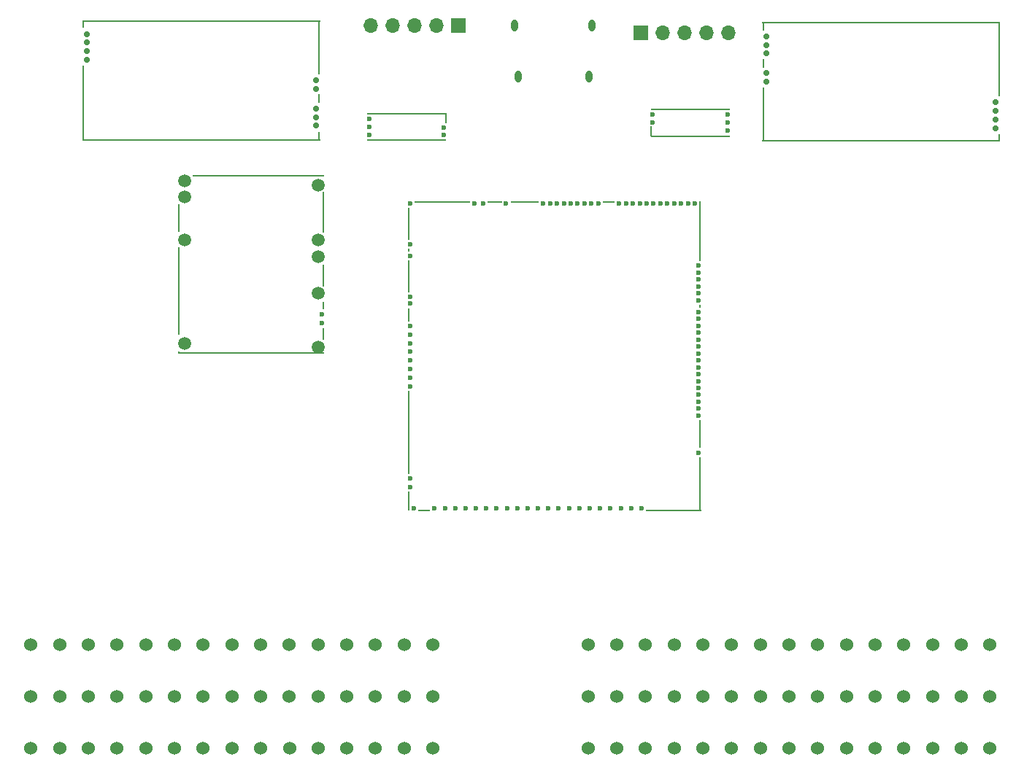
<source format=gbl>
G04 #@! TF.GenerationSoftware,KiCad,Pcbnew,7.0.10-7.0.10~ubuntu22.04.1*
G04 #@! TF.CreationDate,2024-01-27T12:39:00+00:00*
G04 #@! TF.ProjectId,lewycustom,6c657779-6375-4737-946f-6d2e6b696361,rev?*
G04 #@! TF.SameCoordinates,Original*
G04 #@! TF.FileFunction,Copper,L2,Bot*
G04 #@! TF.FilePolarity,Positive*
%FSLAX46Y46*%
G04 Gerber Fmt 4.6, Leading zero omitted, Abs format (unit mm)*
G04 Created by KiCad (PCBNEW 7.0.10-7.0.10~ubuntu22.04.1) date 2024-01-27 12:39:00*
%MOMM*%
%LPD*%
G01*
G04 APERTURE LIST*
G04 #@! TA.AperFunction,ComponentPad*
%ADD10C,0.600000*%
G04 #@! TD*
G04 #@! TA.AperFunction,SMDPad,CuDef*
%ADD11O,0.200000X1.225000*%
G04 #@! TD*
G04 #@! TA.AperFunction,SMDPad,CuDef*
%ADD12O,9.300000X0.200000*%
G04 #@! TD*
G04 #@! TA.AperFunction,SMDPad,CuDef*
%ADD13R,0.200000X3.700000*%
G04 #@! TD*
G04 #@! TA.AperFunction,SMDPad,CuDef*
%ADD14R,0.200000X0.400000*%
G04 #@! TD*
G04 #@! TA.AperFunction,SMDPad,CuDef*
%ADD15R,0.200000X1.600000*%
G04 #@! TD*
G04 #@! TA.AperFunction,SMDPad,CuDef*
%ADD16R,0.200000X9.700000*%
G04 #@! TD*
G04 #@! TA.AperFunction,SMDPad,CuDef*
%ADD17R,0.200000X2.300000*%
G04 #@! TD*
G04 #@! TA.AperFunction,SMDPad,CuDef*
%ADD18R,1.400000X0.200000*%
G04 #@! TD*
G04 #@! TA.AperFunction,SMDPad,CuDef*
%ADD19R,6.400000X0.200000*%
G04 #@! TD*
G04 #@! TA.AperFunction,SMDPad,CuDef*
%ADD20R,1.700000X0.200000*%
G04 #@! TD*
G04 #@! TA.AperFunction,SMDPad,CuDef*
%ADD21R,3.300000X0.200000*%
G04 #@! TD*
G04 #@! TA.AperFunction,SMDPad,CuDef*
%ADD22R,0.200000X7.000000*%
G04 #@! TD*
G04 #@! TA.AperFunction,SMDPad,CuDef*
%ADD23R,0.200000X3.300000*%
G04 #@! TD*
G04 #@! TA.AperFunction,SMDPad,CuDef*
%ADD24R,0.200000X6.300000*%
G04 #@! TD*
G04 #@! TA.AperFunction,ComponentPad*
%ADD25C,0.700000*%
G04 #@! TD*
G04 #@! TA.AperFunction,SMDPad,CuDef*
%ADD26R,0.250000X1.100000*%
G04 #@! TD*
G04 #@! TA.AperFunction,SMDPad,CuDef*
%ADD27R,0.250000X0.980000*%
G04 #@! TD*
G04 #@! TA.AperFunction,SMDPad,CuDef*
%ADD28R,0.250000X6.300000*%
G04 #@! TD*
G04 #@! TA.AperFunction,SMDPad,CuDef*
%ADD29R,27.600000X0.250000*%
G04 #@! TD*
G04 #@! TA.AperFunction,SMDPad,CuDef*
%ADD30R,0.250000X8.750000*%
G04 #@! TD*
G04 #@! TA.AperFunction,SMDPad,CuDef*
%ADD31R,0.250000X0.950000*%
G04 #@! TD*
G04 #@! TA.AperFunction,ComponentPad*
%ADD32O,0.800000X1.400000*%
G04 #@! TD*
G04 #@! TA.AperFunction,ComponentPad*
%ADD33R,1.700000X1.700000*%
G04 #@! TD*
G04 #@! TA.AperFunction,ComponentPad*
%ADD34O,1.700000X1.700000*%
G04 #@! TD*
G04 #@! TA.AperFunction,ComponentPad*
%ADD35C,1.524000*%
G04 #@! TD*
G04 #@! TA.AperFunction,ComponentPad*
%ADD36C,1.500000*%
G04 #@! TD*
G04 #@! TA.AperFunction,SMDPad,CuDef*
%ADD37O,0.200000X3.300000*%
G04 #@! TD*
G04 #@! TA.AperFunction,SMDPad,CuDef*
%ADD38O,0.200000X10.200000*%
G04 #@! TD*
G04 #@! TA.AperFunction,SMDPad,CuDef*
%ADD39O,0.200000X0.300000*%
G04 #@! TD*
G04 #@! TA.AperFunction,SMDPad,CuDef*
%ADD40O,17.000000X0.200000*%
G04 #@! TD*
G04 #@! TA.AperFunction,SMDPad,CuDef*
%ADD41O,15.400000X0.200000*%
G04 #@! TD*
G04 #@! TA.AperFunction,SMDPad,CuDef*
%ADD42O,0.200000X4.800000*%
G04 #@! TD*
G04 #@! TA.AperFunction,SMDPad,CuDef*
%ADD43O,0.200000X2.600000*%
G04 #@! TD*
G04 #@! TA.AperFunction,SMDPad,CuDef*
%ADD44O,0.200000X1.000000*%
G04 #@! TD*
G04 #@! TA.AperFunction,SMDPad,CuDef*
%ADD45O,0.200000X1.500000*%
G04 #@! TD*
G04 APERTURE END LIST*
D10*
G04 #@! TO.P,M4,E1,V5A*
G04 #@! TO.N,+5VA*
X59800000Y79100002D03*
D11*
G04 #@! TO.P,M4,E2,GND*
G04 #@! TO.N,GND*
X68700000Y81075002D03*
D12*
X64150000Y78500002D03*
X64150000Y81600002D03*
D10*
X59800000Y80050002D03*
G04 #@! TO.P,M4,E3,OUT_KNOCK*
G04 #@! TO.N,Net-(M4-OUT_KNOCK)*
X59800000Y81000000D03*
G04 #@! TO.P,M4,W1,IN_KNOCK*
G04 #@! TO.N,/KNOCK2*
X68500000Y80000002D03*
G04 #@! TO.P,M4,W2,VREF*
G04 #@! TO.N,Net-(M3-VREF)*
X68500000Y79100002D03*
G04 #@! TD*
G04 #@! TO.P,M6,E1,V5A_SWITCHABLE*
G04 #@! TO.N,+5VA*
X97999990Y42250010D03*
G04 #@! TO.P,M6,E2,GNDA*
G04 #@! TO.N,unconnected-(M6-GNDA-PadE2)*
X98000000Y46550010D03*
G04 #@! TO.P,M6,E3,I2C_SCL_(PB10)*
G04 #@! TO.N,unconnected-(M6-I2C_SCL_(PB10)-PadE3)*
X98000000Y47350000D03*
G04 #@! TO.P,M6,E4,I2C_SDA_(PB11)*
G04 #@! TO.N,unconnected-(M6-I2C_SDA_(PB11)-PadE4)*
X98000000Y48150010D03*
G04 #@! TO.P,M6,E5,IN_VIGN_(PA5)*
G04 #@! TO.N,/VIGN*
X98000000Y48950010D03*
G04 #@! TO.P,M6,E6,SPI2_CS_/_CAN2_RX_(PB12)*
G04 #@! TO.N,unconnected-(M6-SPI2_CS_{slash}_CAN2_RX_(PB12)-PadE6)*
X98000000Y49750010D03*
G04 #@! TO.P,M6,E7,SPI2_SCK_/_CAN2_TX_(PB13)*
G04 #@! TO.N,unconnected-(M6-SPI2_SCK_{slash}_CAN2_TX_(PB13)-PadE7)*
X98000000Y50550010D03*
G04 #@! TO.P,M6,E8,SPI2_MISO_(PB14)*
G04 #@! TO.N,/DBW_DIS*
X98000000Y51350010D03*
G04 #@! TO.P,M6,E9,SPI2_MOSI_(PB15)*
G04 #@! TO.N,unconnected-(M6-SPI2_MOSI_(PB15)-PadE9)*
X98000000Y52150010D03*
G04 #@! TO.P,M6,E10,OUT_INJ8_(PD12)*
G04 #@! TO.N,/Low Side/IN3*
X98000000Y52950010D03*
G04 #@! TO.P,M6,E11,OUT_INJ7_(PD15)*
G04 #@! TO.N,/Low Side/IN4*
X98000000Y53750010D03*
G04 #@! TO.P,M6,E12,OUT_INJ6_(PA8)*
G04 #@! TO.N,/INJECTORS/IN6*
X98000000Y54550010D03*
G04 #@! TO.P,M6,E13,OUT_INJ5_(PD2)*
G04 #@! TO.N,/INJECTORS/IN5*
X98000000Y55350010D03*
G04 #@! TO.P,M6,E14,OUT_INJ4_(PD10)*
G04 #@! TO.N,/INJECTORS/IN4*
X98000000Y56150010D03*
G04 #@! TO.P,M6,E15,OUT_INJ3_(PD11)*
G04 #@! TO.N,/INJECTORS/IN3*
X98000000Y56950010D03*
G04 #@! TO.P,M6,E16,OUT_INJ2_(PA9)*
G04 #@! TO.N,/INJECTORS/IN2*
X97999990Y57750000D03*
G04 #@! TO.P,M6,E17,OUT_INJ1_(PD3)*
G04 #@! TO.N,/INJECTORS/IN1*
X98000000Y58550010D03*
G04 #@! TO.P,M6,E18,OUT_PWM1_(PD13)*
G04 #@! TO.N,/Low Side/IN2*
X98000000Y59950010D03*
G04 #@! TO.P,M6,E19,OUT_PWM2_(PC6)*
G04 #@! TO.N,/Low Side/IN1*
X98000000Y60750000D03*
G04 #@! TO.P,M6,E20,OUT_PWM3_(PC7)*
G04 #@! TO.N,/DBW_PWM*
X98000000Y61550000D03*
G04 #@! TO.P,M6,E21,OUT_PWM4_(PC8)*
G04 #@! TO.N,/DBW_DIR*
X98000000Y62350000D03*
G04 #@! TO.P,M6,E22,OUT_PWM5_(PC9)*
G04 #@! TO.N,/ls2/IN2*
X98000000Y63150000D03*
G04 #@! TO.P,M6,E23,OUT_PWM6_(PD14)*
G04 #@! TO.N,/ls2/IN1*
X98000000Y63950010D03*
D13*
G04 #@! TO.P,M6,G,GND*
G04 #@! TO.N,GND*
X64399990Y68800000D03*
D14*
X64399990Y65750010D03*
D13*
X64399990Y62700000D03*
D15*
X64399990Y58250010D03*
D16*
X64399990Y44600010D03*
D17*
X64399990Y36600010D03*
D18*
X66200000Y35550000D03*
D19*
X68299990Y71350000D03*
D20*
X74349990Y71350000D03*
D21*
X77849990Y71350000D03*
D18*
X87599990Y71350000D03*
D19*
X95099990Y35550000D03*
D22*
X98200000Y67950020D03*
D14*
X98200000Y59250000D03*
D23*
X98200000Y44400000D03*
D24*
X98200000Y38600000D03*
D10*
G04 #@! TO.P,M6,N1,VBUS*
G04 #@! TO.N,/VBUS*
X97600000Y71150010D03*
G04 #@! TO.P,M6,N2,USBM_(PA11)*
G04 #@! TO.N,/USB-*
X96800000Y71150010D03*
G04 #@! TO.P,M6,N3,USBP_(PA12)*
G04 #@! TO.N,/USB+*
X96000000Y71150010D03*
G04 #@! TO.P,M6,N4,USBID_(PA10)*
G04 #@! TO.N,unconnected-(M6-USBID_(PA10)-PadN4)*
X95199990Y71150010D03*
G04 #@! TO.P,M6,N5,SWDIO_(PA13)*
G04 #@! TO.N,unconnected-(M6-SWDIO_(PA13)-PadN5)*
X94400000Y71150010D03*
G04 #@! TO.P,M6,N6,SWCLK_(PA14)*
G04 #@! TO.N,unconnected-(M6-SWCLK_(PA14)-PadN6)*
X93600000Y71150010D03*
G04 #@! TO.P,M6,N7,nReset*
G04 #@! TO.N,unconnected-(M6-nReset-PadN7)*
X92800000Y71150010D03*
G04 #@! TO.P,M6,N8,SWO_(PB3)*
G04 #@! TO.N,unconnected-(M6-SWO_(PB3)-PadN8)*
X91999990Y71150010D03*
G04 #@! TO.P,M6,N9,SPI3_CS_(PA15)*
G04 #@! TO.N,unconnected-(M6-SPI3_CS_(PA15)-PadN9)*
X91200000Y71150000D03*
G04 #@! TO.P,M6,N10,SPI3_SCK_(PC10)*
G04 #@! TO.N,unconnected-(M6-SPI3_SCK_(PC10)-PadN10)*
X90400000Y71150000D03*
G04 #@! TO.P,M6,N11,SPI3_MISO_(PC11)*
G04 #@! TO.N,unconnected-(M6-SPI3_MISO_(PC11)-PadN11)*
X89600000Y71150000D03*
G04 #@! TO.P,M6,N12,SPI3_MOSI_(PC12)*
G04 #@! TO.N,unconnected-(M6-SPI3_MOSI_(PC12)-PadN12)*
X88800000Y71150000D03*
G04 #@! TO.P,M6,N13,UART2_TX_(PD5)*
G04 #@! TO.N,unconnected-(M6-UART2_TX_(PD5)-PadN13)*
X86399990Y71150000D03*
G04 #@! TO.P,M6,N14,UART2_RX_(PD6)*
G04 #@! TO.N,unconnected-(M6-UART2_RX_(PD6)-PadN14)*
X85599990Y71150000D03*
G04 #@! TO.P,M6,N14a,LED_GREEN*
G04 #@! TO.N,Net-(D8-K)*
X84800000Y71150010D03*
G04 #@! TO.P,M6,N14b,LED_YELLOW*
G04 #@! TO.N,Net-(D7-K)*
X83999990Y71150010D03*
G04 #@! TO.P,M6,N15,V33_SWITCHABLE*
G04 #@! TO.N,+3.3VA*
X83199990Y71150010D03*
G04 #@! TO.P,M6,N16,BOOT0*
G04 #@! TO.N,unconnected-(M6-BOOT0-PadN16)*
X82399990Y71150010D03*
G04 #@! TO.P,M6,N17,VBAT*
G04 #@! TO.N,/VBAT*
X81599990Y71150010D03*
G04 #@! TO.P,M6,N18,UART8_RX_(PE0)*
G04 #@! TO.N,unconnected-(M6-UART8_RX_(PE0)-PadN18)*
X80799990Y71150000D03*
G04 #@! TO.P,M6,N19,UART8_TX_(PE1)*
G04 #@! TO.N,unconnected-(M6-UART8_TX_(PE1)-PadN19)*
X79999990Y71150000D03*
G04 #@! TO.P,M6,N20,OUT_PWR_EN_(PE10)*
G04 #@! TO.N,/PWR_EN*
X75699990Y71150000D03*
G04 #@! TO.P,M6,N21,V33*
G04 #@! TO.N,+3.3V*
X72999990Y71150000D03*
G04 #@! TO.P,M6,N22,VCC*
G04 #@! TO.N,+5V*
X72000000Y71150000D03*
G04 #@! TO.P,M6,N23,V33*
G04 #@! TO.N,unconnected-(M6-V33-PadN23)*
X64599990Y71150000D03*
G04 #@! TO.P,M6,S1,IN_D4_(PE15)*
G04 #@! TO.N,unconnected-(M6-IN_D4_(PE15)-PadS1)*
X91400010Y35750000D03*
G04 #@! TO.P,M6,S2,IN_D3_(PE14)*
G04 #@! TO.N,unconnected-(M6-IN_D3_(PE14)-PadS2)*
X90200000Y35750000D03*
G04 #@! TO.P,M6,S3,IN_D2_(PE13)*
G04 #@! TO.N,unconnected-(M6-IN_D2_(PE13)-PadS3)*
X89000000Y35750000D03*
G04 #@! TO.P,M6,S4,IN_D1_(PE12)*
G04 #@! TO.N,/CLUTCH*
X87800000Y35750000D03*
G04 #@! TO.P,M6,S5,VREF2*
G04 #@! TO.N,unconnected-(M6-VREF2-PadS5)*
X86600000Y35750000D03*
G04 #@! TO.P,M6,S6,IN_AUX4_(PC5)*
G04 #@! TO.N,/V_MAIN*
X85400000Y35750000D03*
G04 #@! TO.P,M6,S7,IN_AUX3_(PA7)*
G04 #@! TO.N,Net-(M3-OUT_KNOCK)*
X84200000Y35750000D03*
G04 #@! TO.P,M6,S8,IN_AUX2_(PC4/PE9)*
G04 #@! TO.N,/PPS2*
X83000000Y35750000D03*
G04 #@! TO.P,M6,S9,IN_AUX1_(PB0)*
G04 #@! TO.N,/TPS2*
X81800000Y35750000D03*
G04 #@! TO.P,M6,S10,IN_O2S2_(PA1)*
G04 #@! TO.N,unconnected-(M6-IN_O2S2_(PA1)-PadS10)*
X80600000Y35750000D03*
G04 #@! TO.P,M6,S11,IN_O2S_/_CAN_WAKEUP_(PA0)*
G04 #@! TO.N,unconnected-(M6-IN_O2S_{slash}_CAN_WAKEUP_(PA0)-PadS11)*
X79400000Y35750000D03*
G04 #@! TO.P,M6,S12,IN_MAP2_(PC1)*
G04 #@! TO.N,unconnected-(M6-IN_MAP2_(PC1)-PadS12)*
X78200000Y35750000D03*
G04 #@! TO.P,M6,S13,IN_MAP1_(PC0)*
G04 #@! TO.N,/MAP*
X77000000Y35750000D03*
G04 #@! TO.P,M6,S14,IN_CRANK_(PB1)*
G04 #@! TO.N,/CRANK*
X75800000Y35750000D03*
G04 #@! TO.P,M6,S15,IN_KNOCK_(PA2)*
G04 #@! TO.N,Net-(M4-OUT_KNOCK)*
X74600000Y35750000D03*
G04 #@! TO.P,M6,S16,IN_CAM_(PA6)*
G04 #@! TO.N,/CAM*
X73400000Y35750000D03*
G04 #@! TO.P,M6,S17,IN_VSS_(PE11)*
G04 #@! TO.N,unconnected-(M6-IN_VSS_(PE11)-PadS17)*
X72200000Y35750000D03*
G04 #@! TO.P,M6,S18,IN_TPS_(PA4)*
G04 #@! TO.N,/TPS1*
X70999990Y35750000D03*
G04 #@! TO.P,M6,S19,IN_PPS_(PA3)*
G04 #@! TO.N,/PPS1*
X69799990Y35750000D03*
G04 #@! TO.P,M6,S20,IN_IAT_(PC3)*
G04 #@! TO.N,/IAT*
X68599990Y35750000D03*
G04 #@! TO.P,M6,S21,IN_CLT_(PC2)*
G04 #@! TO.N,/CLT*
X67399990Y35750000D03*
G04 #@! TO.P,M6,S22,VREF1*
G04 #@! TO.N,Net-(M3-VREF)*
X64999990Y35750000D03*
G04 #@! TO.P,M6,W1,GNDA*
G04 #@! TO.N,GNDA*
X64599990Y38250010D03*
G04 #@! TO.P,M6,W2,V5A_SWITCHABLE*
G04 #@! TO.N,+5VA*
X64599990Y39250010D03*
G04 #@! TO.P,M6,W3,IGN8_(PE6)*
G04 #@! TO.N,unconnected-(M6-IGN8_(PE6)-PadW3)*
X64599990Y49950000D03*
G04 #@! TO.P,M6,W4,IGN7_(PB9)*
G04 #@! TO.N,unconnected-(M6-IGN7_(PB9)-PadW4)*
X64599990Y50950010D03*
G04 #@! TO.P,M6,W5,IGN6_(PB8)*
G04 #@! TO.N,/IGN/IN6*
X64599990Y51950000D03*
G04 #@! TO.P,M6,W6,IGN5_(PE2)*
G04 #@! TO.N,/IGN/IN5*
X64599990Y52950000D03*
G04 #@! TO.P,M6,W7,IGN4_(PE3)*
G04 #@! TO.N,/IGN/IN4*
X64599990Y53950000D03*
G04 #@! TO.P,M6,W8,IGN3_(PE4)*
G04 #@! TO.N,/IGN/IN3*
X64599990Y54950000D03*
G04 #@! TO.P,M6,W9,IGN2_(PE5)*
G04 #@! TO.N,/IGN/IN2*
X64599990Y55950000D03*
G04 #@! TO.P,M6,W10,IGN1_(PC13)*
G04 #@! TO.N,/IGN/IN1*
X64599990Y56950000D03*
G04 #@! TO.P,M6,W11,CANH*
G04 #@! TO.N,/CAN H*
X64599990Y59550000D03*
G04 #@! TO.P,M6,W12,CANL*
G04 #@! TO.N,/CAN L*
X64599990Y60350000D03*
G04 #@! TO.P,M6,W13,V33_REF*
G04 #@! TO.N,unconnected-(M6-V33_REF-PadW13)*
X64599990Y65050010D03*
G04 #@! TO.P,M6,W14,V5A_SWITCHABLE*
G04 #@! TO.N,unconnected-(M6-V5A_SWITCHABLE-PadW14)*
X64599990Y66450000D03*
G04 #@! TD*
D25*
G04 #@! TO.P,M2,E1,LSU_Un*
G04 #@! TO.N,/WBO_Un_2*
X27050000Y90850000D03*
G04 #@! TO.P,M2,E2,LSU_Vm*
G04 #@! TO.N,/WBO_Vm_2*
X27050000Y87850000D03*
G04 #@! TO.P,M2,E3,LSU_Ip*
G04 #@! TO.N,/WBO_lp_2*
X27050000Y88850000D03*
G04 #@! TO.P,M2,E4,LSU_Rtrim*
G04 #@! TO.N,/WBO_Rtrim_2*
X27050000Y89850000D03*
D26*
G04 #@! TO.P,M2,G,GND*
G04 #@! TO.N,GND*
X54025000Y79000000D03*
D27*
X54025000Y83340000D03*
D28*
X54025000Y89300000D03*
D29*
X40350000Y78575000D03*
X40350000Y92325000D03*
D30*
X26675000Y82825000D03*
D31*
X26675000Y91975000D03*
D25*
G04 #@! TO.P,M2,W1,V5_IN*
G04 #@! TO.N,+5VA*
X53641200Y81200000D03*
G04 #@! TO.P,M2,W2,CAN_VIO*
G04 #@! TO.N,unconnected-(M2-CAN_VIO-PadW2)*
X53641200Y82200000D03*
G04 #@! TO.P,M2,W3,CANL*
G04 #@! TO.N,/CAN L*
X53641200Y85496000D03*
G04 #@! TO.P,M2,W4,CANH*
G04 #@! TO.N,/CAN H*
X53641200Y84480000D03*
G04 #@! TO.P,M2,W9,VDDA*
G04 #@! TO.N,unconnected-(M2-VDDA-PadW9)*
X53641200Y80200000D03*
G04 #@! TD*
D32*
G04 #@! TO.P,J3,S1,SHIELD*
G04 #@! TO.N,GND*
X85690000Y91840000D03*
X85330000Y85890000D03*
X77070000Y85890000D03*
X76710000Y91840000D03*
G04 #@! TD*
D33*
G04 #@! TO.P,J2,1,Pin_1*
G04 #@! TO.N,Net-(J2-Pin_1)*
X70160000Y91800000D03*
D34*
G04 #@! TO.P,J2,2,Pin_2*
G04 #@! TO.N,Net-(J2-Pin_2)*
X67620000Y91800000D03*
G04 #@! TO.P,J2,3,Pin_3*
G04 #@! TO.N,Net-(J2-Pin_3)*
X65080000Y91800000D03*
G04 #@! TO.P,J2,4,Pin_4*
G04 #@! TO.N,Net-(J2-Pin_4)*
X62540000Y91800000D03*
G04 #@! TO.P,J2,5,Pin_5*
G04 #@! TO.N,GND*
X60000000Y91800000D03*
G04 #@! TD*
D25*
G04 #@! TO.P,M1,E1,LSU_Un*
G04 #@! TO.N,/WBO_Un_1*
X132500000Y79925000D03*
G04 #@! TO.P,M1,E2,LSU_Vm*
G04 #@! TO.N,/WBO_Vm_1*
X132500000Y82925000D03*
G04 #@! TO.P,M1,E3,LSU_Ip*
G04 #@! TO.N,/WBO_lp_1*
X132500000Y81925000D03*
G04 #@! TO.P,M1,E4,LSU_Rtrim*
G04 #@! TO.N,/WBO_Rtrim_1*
X132500000Y80925000D03*
D26*
G04 #@! TO.P,M1,G,GND*
G04 #@! TO.N,GND*
X105525000Y91775000D03*
D27*
X105525000Y87435000D03*
D28*
X105525000Y81475000D03*
D29*
X119200000Y92200000D03*
X119200000Y78450000D03*
D30*
X132875000Y87950000D03*
D31*
X132875000Y78800000D03*
D25*
G04 #@! TO.P,M1,W1,V5_IN*
G04 #@! TO.N,+5VA*
X105908800Y89575000D03*
G04 #@! TO.P,M1,W2,CAN_VIO*
G04 #@! TO.N,unconnected-(M1-CAN_VIO-PadW2)*
X105908800Y88575000D03*
G04 #@! TO.P,M1,W3,CANL*
G04 #@! TO.N,/CAN L*
X105908800Y85279000D03*
G04 #@! TO.P,M1,W4,CANH*
G04 #@! TO.N,/CAN H*
X105908800Y86295000D03*
G04 #@! TO.P,M1,W9,VDDA*
G04 #@! TO.N,unconnected-(M1-VDDA-PadW9)*
X105908800Y90575000D03*
G04 #@! TD*
D35*
G04 #@! TO.P,U1,1,1*
G04 #@! TO.N,GND*
X20580000Y7944000D03*
G04 #@! TO.P,U1,2,2*
X23910000Y7944000D03*
G04 #@! TO.P,U1,3,3*
G04 #@! TO.N,/OUT_IGN1*
X27240000Y7944000D03*
G04 #@! TO.P,U1,4,4*
G04 #@! TO.N,/OUT_IGN2*
X30570000Y7944000D03*
G04 #@! TO.P,U1,5,5*
G04 #@! TO.N,/OUT_IGN3*
X33900000Y7944000D03*
G04 #@! TO.P,U1,6,6*
G04 #@! TO.N,/OUT_IGN4*
X37230000Y7944000D03*
G04 #@! TO.P,U1,7,7*
G04 #@! TO.N,/OUT_IGN5*
X40560000Y7944000D03*
G04 #@! TO.P,U1,8,8*
G04 #@! TO.N,/OUT_IGN6*
X43890000Y7944000D03*
G04 #@! TO.P,U1,9,9*
G04 #@! TO.N,/OUT_INJ1*
X47220000Y7944000D03*
G04 #@! TO.P,U1,10*
G04 #@! TO.N,N/C*
X50560000Y7944000D03*
G04 #@! TO.P,U1,11,10*
G04 #@! TO.N,/OUT_INJ2*
X53880000Y7944000D03*
G04 #@! TO.P,U1,12,12*
G04 #@! TO.N,/OUT_INJ4*
X57210000Y7944000D03*
G04 #@! TO.P,U1,13,13*
G04 #@! TO.N,/OUT_INJ5*
X60540000Y7944000D03*
G04 #@! TO.P,U1,14,14*
G04 #@! TO.N,/OUT_INJ6*
X63870000Y7944000D03*
G04 #@! TO.P,U1,15,15*
G04 #@! TO.N,/OUT_MR*
X67200000Y7944000D03*
G04 #@! TO.P,U1,16,16*
G04 #@! TO.N,Net-(F1-Pad1)*
X20580000Y13944000D03*
G04 #@! TO.P,U1,17,17*
G04 #@! TO.N,unconnected-(U1-Pad17)*
X23910000Y13944000D03*
G04 #@! TO.P,U1,18,18*
G04 #@! TO.N,/OUT_CE*
X27240000Y13944000D03*
G04 #@! TO.P,U1,19,19*
G04 #@! TO.N,/OUT_PR*
X30570000Y13944000D03*
G04 #@! TO.P,U1,20*
G04 #@! TO.N,N/C*
X33900000Y13944000D03*
G04 #@! TO.P,U1,21,21*
G04 #@! TO.N,/OUT_DBW -*
X37230000Y13944000D03*
G04 #@! TO.P,U1,22,22*
G04 #@! TO.N,/OUT_RPM*
X40560000Y13944000D03*
G04 #@! TO.P,U1,23,23*
G04 #@! TO.N,/OUT_VLM*
X43890000Y13944000D03*
G04 #@! TO.P,U1,24,24*
G04 #@! TO.N,/OUT_FAN*
X47220000Y13944000D03*
G04 #@! TO.P,U1,25,25*
G04 #@! TO.N,/WBO_lp_1*
X50550000Y13944000D03*
G04 #@! TO.P,U1,26,26*
G04 #@! TO.N,/WBO_Vm_1*
X53880000Y13944000D03*
G04 #@! TO.P,U1,27,27*
G04 #@! TO.N,/WBO_Heater_1*
X57210000Y13944000D03*
G04 #@! TO.P,U1,28,28*
G04 #@! TO.N,+12V*
X60540000Y13944000D03*
G04 #@! TO.P,U1,29,20*
G04 #@! TO.N,/OUT_DBW+*
X63870000Y13944000D03*
G04 #@! TO.P,U1,30,30*
G04 #@! TO.N,/WBO_Un_1*
X67200000Y13944000D03*
G04 #@! TO.P,U1,31,31*
G04 #@! TO.N,/WBO_lp_2*
X20580000Y19944000D03*
G04 #@! TO.P,U1,32,32*
G04 #@! TO.N,/WBO_Vm_2*
X23910000Y19944000D03*
G04 #@! TO.P,U1,33,33*
G04 #@! TO.N,/WBO_Heater_2*
X27240000Y19944000D03*
G04 #@! TO.P,U1,34,34*
G04 #@! TO.N,+12V*
X30570000Y19944000D03*
G04 #@! TO.P,U1,35,35*
G04 #@! TO.N,/WBO_Rtrim_2*
X33900000Y19944000D03*
G04 #@! TO.P,U1,36,36*
G04 #@! TO.N,/WBO_Un_2*
X37230000Y19944000D03*
G04 #@! TO.P,U1,37,37*
G04 #@! TO.N,unconnected-(U1-Pad37)*
X40560000Y19944000D03*
G04 #@! TO.P,U1,38,38*
G04 #@! TO.N,unconnected-(U1-Pad38)*
X43890000Y19944000D03*
G04 #@! TO.P,U1,39,39*
G04 #@! TO.N,Net-(F2-Pad1)*
X47220000Y19944000D03*
G04 #@! TO.P,U1,40,40*
G04 #@! TO.N,unconnected-(U1-Pad40)*
X50550000Y19944000D03*
G04 #@! TO.P,U1,41,41*
G04 #@! TO.N,unconnected-(U1-Pad41)*
X53880000Y19944000D03*
G04 #@! TO.P,U1,42,42*
G04 #@! TO.N,unconnected-(U1-Pad42)*
X57210000Y19944000D03*
G04 #@! TO.P,U1,43,43*
G04 #@! TO.N,unconnected-(U1-Pad43)*
X60540000Y19944000D03*
G04 #@! TO.P,U1,44,44*
G04 #@! TO.N,unconnected-(U1-Pad44)*
X63870000Y19944000D03*
G04 #@! TO.P,U1,45,45*
G04 #@! TO.N,unconnected-(U1-Pad45)*
X67200000Y19944000D03*
G04 #@! TO.P,U1,46,46*
G04 #@! TO.N,/TPS1*
X85200000Y7944000D03*
G04 #@! TO.P,U1,47,47*
G04 #@! TO.N,/TPS2*
X88530000Y7944000D03*
G04 #@! TO.P,U1,48,48*
G04 #@! TO.N,+5VP*
X91860000Y7944000D03*
G04 #@! TO.P,U1,49,49*
G04 #@! TO.N,GNDA*
X95190000Y7944000D03*
G04 #@! TO.P,U1,50,50*
G04 #@! TO.N,/PPS1*
X98520000Y7944000D03*
G04 #@! TO.P,U1,51,51*
G04 #@! TO.N,/PPS2*
X101850000Y7944000D03*
G04 #@! TO.P,U1,52,52*
G04 #@! TO.N,+5VP*
X105180000Y7944000D03*
G04 #@! TO.P,U1,53,53*
G04 #@! TO.N,GNDA*
X108510000Y7944000D03*
G04 #@! TO.P,U1,54,54*
G04 #@! TO.N,/CRANK*
X111840000Y7944000D03*
G04 #@! TO.P,U1,55,55*
G04 #@! TO.N,/CAM*
X115170000Y7944000D03*
G04 #@! TO.P,U1,56,56*
G04 #@! TO.N,/MAP*
X118500000Y7944000D03*
G04 #@! TO.P,U1,57,57*
G04 #@! TO.N,+5VP*
X121830000Y7944000D03*
G04 #@! TO.P,U1,58,58*
G04 #@! TO.N,GNDA*
X125160000Y7944000D03*
G04 #@! TO.P,U1,59,59*
G04 #@! TO.N,/IAT*
X128490000Y7944000D03*
G04 #@! TO.P,U1,60,60*
G04 #@! TO.N,GND*
X131820000Y7944000D03*
G04 #@! TO.P,U1,61,61*
G04 #@! TO.N,/CLT*
X85200000Y13944000D03*
G04 #@! TO.P,U1,62,62*
G04 #@! TO.N,GND*
X88530000Y13944000D03*
G04 #@! TO.P,U1,63,63*
G04 #@! TO.N,unconnected-(U1-Pad63)*
X91860000Y13944000D03*
G04 #@! TO.P,U1,64,64*
G04 #@! TO.N,GND*
X95190000Y13944000D03*
G04 #@! TO.P,U1,65,65*
G04 #@! TO.N,unconnected-(U1-Pad65)*
X98520000Y13944000D03*
G04 #@! TO.P,U1,66,66*
G04 #@! TO.N,GND*
X101850000Y13944000D03*
G04 #@! TO.P,U1,67,67*
G04 #@! TO.N,unconnected-(U1-Pad67)*
X105180000Y13944000D03*
G04 #@! TO.P,U1,68,68*
G04 #@! TO.N,GNDA*
X108510000Y13944000D03*
G04 #@! TO.P,U1,69,69*
G04 #@! TO.N,unconnected-(U1-Pad69)*
X111840000Y13944000D03*
G04 #@! TO.P,U1,70,70*
G04 #@! TO.N,GNDA*
X115170000Y13944000D03*
G04 #@! TO.P,U1,71,71*
G04 #@! TO.N,/CLUTCH*
X118500000Y13944000D03*
G04 #@! TO.P,U1,72,72*
G04 #@! TO.N,unconnected-(U1-Pad72)*
X121830000Y13944000D03*
G04 #@! TO.P,U1,73,73*
G04 #@! TO.N,unconnected-(U1-Pad73)*
X125160000Y13944000D03*
G04 #@! TO.P,U1,74,74*
G04 #@! TO.N,unconnected-(U1-Pad74)*
X128490000Y13944000D03*
G04 #@! TO.P,U1,75,75*
G04 #@! TO.N,unconnected-(U1-Pad75)*
X131820000Y13944000D03*
G04 #@! TO.P,U1,76,76*
G04 #@! TO.N,unconnected-(U1-Pad76)*
X85200000Y19944000D03*
G04 #@! TO.P,U1,77,77*
G04 #@! TO.N,unconnected-(U1-Pad77)*
X88530000Y19944000D03*
G04 #@! TO.P,U1,78,78*
G04 #@! TO.N,unconnected-(U1-Pad78)*
X91860000Y19944000D03*
G04 #@! TO.P,U1,79,79*
G04 #@! TO.N,unconnected-(U1-Pad79)*
X95190000Y19944000D03*
G04 #@! TO.P,U1,80,80*
G04 #@! TO.N,unconnected-(U1-Pad80)*
X98520000Y19944000D03*
G04 #@! TO.P,U1,81,81*
G04 #@! TO.N,unconnected-(U1-Pad81)*
X101850000Y19944000D03*
G04 #@! TO.P,U1,82,82*
G04 #@! TO.N,unconnected-(U1-Pad82)*
X105180000Y19944000D03*
G04 #@! TO.P,U1,83,83*
G04 #@! TO.N,unconnected-(U1-Pad83)*
X108510000Y19944000D03*
G04 #@! TO.P,U1,84,84*
G04 #@! TO.N,unconnected-(U1-Pad84)*
X111840000Y19944000D03*
G04 #@! TO.P,U1,85,85*
G04 #@! TO.N,unconnected-(U1-Pad85)*
X115170000Y19944000D03*
G04 #@! TO.P,U1,86,86*
G04 #@! TO.N,unconnected-(U1-Pad86)*
X118500000Y19944000D03*
G04 #@! TO.P,U1,87,87*
G04 #@! TO.N,unconnected-(U1-Pad87)*
X121830000Y19944000D03*
G04 #@! TO.P,U1,88,88*
G04 #@! TO.N,unconnected-(U1-Pad88)*
X125160000Y19944000D03*
G04 #@! TO.P,U1,89,89*
G04 #@! TO.N,unconnected-(U1-Pad89)*
X128490000Y19944000D03*
G04 #@! TO.P,U1,90,90*
G04 #@! TO.N,unconnected-(U1-Pad90)*
X131820000Y19944000D03*
G04 #@! TD*
D33*
G04 #@! TO.P,J1,1,Pin_1*
G04 #@! TO.N,Net-(J1-Pin_1)*
X91325000Y91000000D03*
D34*
G04 #@! TO.P,J1,2,Pin_2*
G04 #@! TO.N,Net-(J1-Pin_2)*
X93865000Y91000000D03*
G04 #@! TO.P,J1,3,Pin_3*
G04 #@! TO.N,Net-(J1-Pin_3)*
X96405000Y91000000D03*
G04 #@! TO.P,J1,4,Pin_4*
G04 #@! TO.N,Net-(J1-Pin_4)*
X98945000Y91000000D03*
G04 #@! TO.P,J1,5,Pin_5*
G04 #@! TO.N,GND*
X101485000Y91000000D03*
G04 #@! TD*
D36*
G04 #@! TO.P,M5,E1,VBAT*
G04 #@! TO.N,/VBAT*
X53874995Y73324999D03*
G04 #@! TO.P,M5,E2,V12*
G04 #@! TO.N,unconnected-(M5-V12-PadE2)*
X53874995Y66925002D03*
G04 #@! TO.P,M5,E3,VIGN*
G04 #@! TO.N,/VIGN*
X53874995Y65024999D03*
G04 #@! TO.P,M5,E4,V5*
G04 #@! TO.N,+5V*
X53874995Y60724999D03*
D10*
G04 #@! TO.P,M5,E5,EN_5VP*
G04 #@! TO.N,/PWR_EN*
X54324994Y58325002D03*
G04 #@! TO.P,M5,E6,PG_5VP*
G04 #@! TO.N,unconnected-(M5-PG_5VP-PadE6)*
X54324994Y57325001D03*
D37*
G04 #@! TO.P,M5,S1,GND*
G04 #@! TO.N,GND*
X37724999Y69474999D03*
D38*
X37724999Y60975001D03*
D39*
X37724999Y53874999D03*
D40*
X46124997Y53824999D03*
D41*
X46924998Y74424999D03*
D36*
X53874995Y54474999D03*
D39*
X54524996Y74374999D03*
D42*
X54524996Y70175001D03*
D43*
X54524996Y62824999D03*
D44*
X54524996Y59325002D03*
D45*
X54524996Y56025001D03*
D36*
G04 #@! TO.P,M5,V1,V12_PERM*
G04 #@! TO.N,+12V*
X38374998Y73775001D03*
G04 #@! TO.P,M5,V2,IN_VIGN*
G04 #@! TO.N,Net-(M5-IN_VIGN)*
X38374998Y71925002D03*
G04 #@! TO.P,M5,V3,V12_RAW*
G04 #@! TO.N,+12V*
X38374998Y66974999D03*
G04 #@! TO.P,M5,V4,5VP*
G04 #@! TO.N,+5VP*
X38374998Y54925001D03*
G04 #@! TD*
D10*
G04 #@! TO.P,M3,E1,V5A*
G04 #@! TO.N,+5VA*
X101400000Y81499998D03*
D11*
G04 #@! TO.P,M3,E2,GND*
G04 #@! TO.N,GND*
X92500000Y79524998D03*
D12*
X97050000Y82099998D03*
X97050000Y78999998D03*
D10*
X101400000Y80549998D03*
G04 #@! TO.P,M3,E3,OUT_KNOCK*
G04 #@! TO.N,Net-(M3-OUT_KNOCK)*
X101400000Y79600000D03*
G04 #@! TO.P,M3,W1,IN_KNOCK*
G04 #@! TO.N,/KNOCK1*
X92700000Y80599998D03*
G04 #@! TO.P,M3,W2,VREF*
G04 #@! TO.N,Net-(M3-VREF)*
X92700000Y81499998D03*
G04 #@! TD*
M02*

</source>
